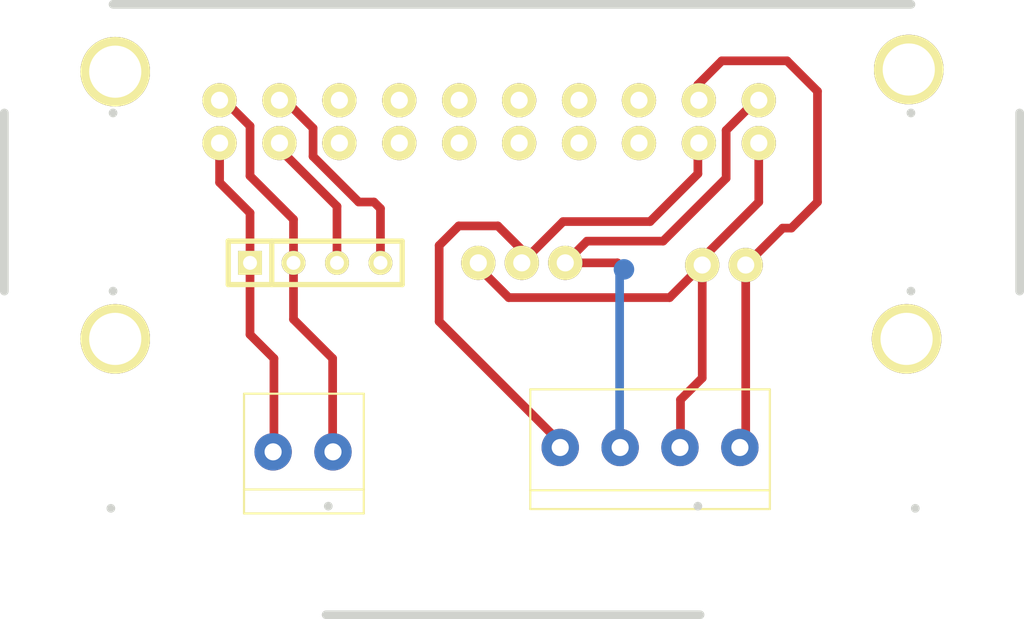
<source format=kicad_pcb>
(kicad_pcb (version 4) (host json2kicad_pcb "2020-06-12 06:33:50")

  (general
    (links 0)
    (no_connects 0)
    (area -28.575 -15.75 30.734 21.463)
    (thickness 1.6002)
    (drawings 0)
    (tracks 66)
    (zones 0)
    (modules 10)
    (nets 81)
  )

  (page A3)
  (title_block
    (date "30 dec 2015")
  )

  (layers
  (0 B.Cu signal)
  (1 Inner1.Cu signal)
  (2 Inner2.Cu signal)
  (15 F.Cu signal)
  (20 B.SilkS user)
  (21 F.SilkS user)
  (22 B.Paste user)
  (23 F.Paste user)
  (24 Dwgs.User user)
  (25 Cmts.User user)
  (26 Eco1.User user)
  (27 Eco2.User user)
  (28 Edge.Cuts user)
  (31 B.Cu signal)
  (32 B.Adhes user)
  (33 F.Adhes user)
  (34 B.Paste user)
  (35 F.Paste user)
  (36 B.SilkS user)
  (37 F.SilkS user)
  (38 B.Mask user)
  (39 F.Mask user)
  (40 Dwgs.User user)
  (41 Cmts.User user)
  (42 Eco1.User user)
  (43 Eco2.User user)
  (44 Edge.Cuts user)
  )

  (setup
(last_trace_width 0.254)
    (trace_clearance 0.254)
    (zone_clearance 0.508)
    (zone_45_only no)
    (trace_min 0.254)
    (segment_width 0.2)
    (edge_width 0.1)
    (via_size 1.19888)
    (via_drill 0.635)
    (via_min_size 0.889)
    (via_min_drill 0.508)
    (uvia_size 0.508)
    (uvia_drill 0.127)
    (uvias_allowed no)
    (uvia_min_size 0.508)
    (uvia_min_drill 0.127)
    (pcb_text_width 0.3)
    (pcb_text_size 1.5 1.5)
    (mod_edge_width 0.15)
    (mod_text_size 1 1)
    (mod_text_width 0.15)
    (pad_size 1.5 1.5)
    (pad_drill 0.6)
    (pad_to_mask_clearance 0)
    (aux_axis_origin 0 0)
    (visible_elements 7FFFFFFF)
    (pcbplotparams
      (layerselection 0x00030_80000001)
      (usegerberextensions true)
      (excludeedgelayer true)
      (linewidth 0.150000)
      (plotframeref false)
      (viasonmask false)
      (mode 1)
      (useauxorigin false)
      (hpglpennumber 1)
      (hpglpenspeed 20)
      (hpglpendiameter 15)
      (hpglpenoverlay 2)
      (psnegative false)
      (psa4output false)
      (plotreference true)
      (plotvalue true)
      (plotinvisibletext false)
      (padsonsilk false)
      (subtractmaskfromsilk false)
      (outputformat 1)
      (mirror false)
      (drillshape 1)
      (scaleselection 1)
      (outputdirectory ""))
  )

  (net 0 "")
  (net 1 "N-00001")
  (net 2 "N-00002")
  (net 3 "N-00003")
  (net 4 "N-00004")
  (net 5 "N-00005")
  (net 6 "N-00006")
  (net 7 "N-00007")
  (net 8 "N-00008")
  (net 9 "N-00009")
  (net 10 "N-00010")
  (net 11 "N-00011")
  (net 12 "N-00012")
  (net 13 "N-00013")
  (net 14 "N-00014")
  (net 15 "N-00015")
  (net 16 "N-00016")
  (net 17 "N-00017")
  (net 18 "N-00018")
  (net 19 "N-00019")
  (net 20 "N-00020")
  (net 21 "N-00021")
  (net 22 "N-00022")
  (net 23 "N-00023")
  (net 24 "N-00024")
  (net 25 "N-00025")
  (net 26 "N-00026")
  (net 27 "N-00027")
  (net 28 "N-00028")
  (net 29 "N-00029")
  (net 30 "N-00030")
  (net 31 "N-00031")
  (net 32 "N-00032")
  (net 33 "N-00033")
  (net 34 "N-00034")
  (net 35 "N-00035")
  (net 36 "N-00036")
  (net 37 "N-00037")
  (net 38 "N-00038")
  (net 39 "N-00039")
  (net 40 "N-00040")
  (net 41 "N-00041")
  (net 42 "N-00042")
  (net 43 "N-00043")
  (net 44 "N-00044")
  (net 45 "N-00045")
  (net 46 "N-00046")
  (net 47 "N-00047")
  (net 48 "N-00048")
  (net 49 "N-00049")
  (net 50 "N-00050")
  (net 51 "N-00051")
  (net 52 "N-00052")
  (net 53 "N-00053")
  (net 54 "N-00054")
  (net 55 "N-00055")
  (net 56 "N-00056")
  (net 57 "N-00057")
  (net 58 "N-00058")
  (net 59 "N-00059")
  (net 60 "N-00060")
  (net 61 "N-00061")
  (net 62 "N-00062")
  (net 63 "N-00063")
  (net 64 "N-00064")
  (net 65 "N-00065")
  (net 66 "N-00066")
  (net 67 "N-00067")
  (net 68 "N-00068")
  (net 69 "N-00069")
  (net 70 "N-00070")
  (net 75 "N-00075")
  (net 80 "N-00080")
  (net 76 "N-00076")
  (net 81 "N-00081")
  (net 82 "N-00082")
  (net 83 "N-00083")
  (net 84 "N-00084")
  (net 85 "N-00085")
  (net 88 "N-00088")
  (net 89 "N-00089")

  (net_class Default "This is the default net class."
    (via_dia 1.19888)
    (via_drill 0.635)
    (uvia_drill 0.127)
    (trace_width 0.254)
    (uvia_dia 0.508)
    (clearance 0.254)
    (add_net "")
    (add_net "N-00001")
    (add_net "N-00002")
    (add_net "N-00003")
    (add_net "N-00004")
    (add_net "N-00005")
    (add_net "N-00006")
    (add_net "N-00007")
    (add_net "N-00008")
    (add_net "N-00009")
    (add_net "N-00010")
    (add_net "N-00011")
    (add_net "N-00012")
    (add_net "N-00013")
    (add_net "N-00014")
    (add_net "N-00015")
    (add_net "N-00016")
    (add_net "N-00017")
    (add_net "N-00018")
    (add_net "N-00019")
    (add_net "N-00020")
    (add_net "N-00021")
    (add_net "N-00022")
    (add_net "N-00023")
    (add_net "N-00024")
    (add_net "N-00025")
    (add_net "N-00026")
    (add_net "N-00027")
    (add_net "N-00028")
    (add_net "N-00029")
    (add_net "N-00030")
    (add_net "N-00031")
    (add_net "N-00024")
    (add_net "N-00025")
    (add_net "N-00026")
    (add_net "N-00027")
    (add_net "N-00020")
    (add_net "N-00021")
    (add_net "N-00022")
    (add_net "N-00023")
    (add_net "N-00040")
    (add_net "N-00041")
    (add_net "N-00042")
    (add_net "N-00043")
    (add_net "N-00028")
    (add_net "N-00029")
    (add_net "N-00046")
    (add_net "N-00047")
    (add_net "N-00048")
    (add_net "")
    (add_net "N-00050")
    (add_net "N-00051")
    (add_net "N-00052")
    (add_net "N-00004")
    (add_net "N-00054")
    (add_net "N-00055")
    (add_net "N-00056")
    (add_net "N-00008")
    (add_net "N-00058")
    (add_net "N-00059")
    (add_net "N-00060")
    (add_net "N-00061")
    (add_net "N-00062")
    (add_net "N-00063")
    (add_net "N-00064")
    (add_net "N-00065")
    (add_net "N-00066")
    (add_net "N-00067")
    (add_net "N-00068")
    (add_net "N-00069")
    (add_net "N-00070")
    (add_net "N-00075")
    (add_net "N-00076")
    (add_net "N-00080")
    (add_net "N-00081")
    (add_net "N-00082")
    (add_net "N-00083")
    (add_net "N-00084")
    (add_net "N-00085")
    (add_net "N-00088")
    (add_net "N-00089")
    (add_net "N-00059")
    (add_net "N-00058")
    (add_net "N-00055")
    (add_net "N-00054")
    (add_net "N-00057")
    (add_net "N-00056")
    (add_net "N-00051")
    (add_net "N-00050")
    (add_net "N-00053")
    (add_net "N-00052")
    (add_net "N-00088")
    (add_net "N-00089")
    (add_net "N-00082")
    (add_net "N-00039")
    (add_net "N-00080")
    (add_net "N-00081")
    (add_net "N-00084")
    (add_net "N-00085")
    (add_net "N-00003")
    (add_net "N-00007")
    (add_net "N-00032")
    (add_net "N-00033")
    (add_net "N-00034")
    (add_net "N-00035")
    (add_net "N-00036")
    (add_net "N-00037")
    (add_net "N-00039")
    (add_net "N-00038")
    (add_net "N-00038")
    (add_net "N-00033")
    (add_net "N-00032")
    (add_net "N-00031")
    (add_net "N-00030")
    (add_net "N-00037")
    (add_net "N-00036")
    (add_net "N-00035")
    (add_net "N-00034")
    (add_net "N-00044")
    (add_net "N-00045")
    (add_net "N-00060")
    (add_net "N-00061")
    (add_net "N-00062")
    (add_net "N-00063")
    (add_net "N-00064")
    (add_net "N-00065")
    (add_net "N-00066")
    (add_net "N-00067")
    (add_net "N-00068")
    (add_net "N-00069")
    (add_net "N-00049")
    (add_net "N-00002")
    (add_net "N-00006")
    (add_net "N-00053")
    (add_net "N-00057")
    (add_net "N-00011")
    (add_net "N-00010")
    (add_net "N-00013")
    (add_net "N-00012")
    (add_net "N-00015")
    (add_net "N-00014")
    (add_net "N-00017")
    (add_net "N-00016")
    (add_net "N-00019")
    (add_net "N-00018")
    (add_net "N-00083")
    (add_net "N-00048")
    (add_net "N-00049")
    (add_net "N-00046")
    (add_net "N-00047")
    (add_net "N-00044")
    (add_net "N-00045")
    (add_net "N-00042")
    (add_net "N-00043")
    (add_net "N-00040")
    (add_net "N-00041")
    (add_net "N-00001")
    (add_net "N-00005")
    (add_net "N-00009")
    (add_net "N-00076")
    (add_net "N-00075")
    (add_net "N-00070")
  )
  (gr_line (start -22.225 2.54) (end -22.225 2.54) (angle -90.00) (width 0.508) (layer Edge.Cuts))
  (module "meow"
    (layer "F.Cu")
    (tedit 0)
    (tstamp 0)
    (at 1.651 0.889 90.00)
    (fp_text reference ""
      (at 0.0 0.0 0.00)
      (layer F.SilkS)
      (effects (font (size 0.0 0.0)
        (thickness 0.0)))
    )
    (fp_text reference ""
      (at 0.0 0.0 0.00)
      (layer F.SilkS)
      (effects (font (size 0.0 0.0)
        (thickness 0.0)))
    )
    (pad 1 thru_hole circle (at 0.0 -2.54 90.00) (size 2.0 2.0) (drill 1.0) (layers "B.Cu" "Inner1.Cu" "Inner2.Cu" "F.Cu" "F.SilkS" "B.Paste" "F.Paste") (net 69 N-00069))
    (pad 2 thru_hole circle (at 0.0 0.0 90.00) (size 2.0 2.0) (drill 1.0) (layers "B.Cu" "Inner1.Cu" "Inner2.Cu" "F.Cu" "F.SilkS" "B.Paste" "F.Paste") (net 67 N-00067))
    (pad 3 thru_hole circle (at 0.0 2.54 90.00) (size 2.0 2.0) (drill 1.0) (layers "B.Cu" "Inner1.Cu" "Inner2.Cu" "F.Cu" "F.SilkS" "B.Paste" "F.Paste") (net 70 N-00070))
  )

  (segment (start 10.287 2.921) (end 12.192 1.016) (width 0.508) (layer B.Cu) (net 69))
  (module "meow"
    (layer "F.Cu")
    (tedit 0)
    (tstamp 0)
    (at 13.462 1.016 90.00)
    (fp_text reference ""
      (at 0.0 0.0 0.00)
      (layer F.SilkS)
      (effects (font (size 0.0 0.0)
        (thickness 0.0)))
    )
    (fp_text reference ""
      (at 0.0 0.0 0.00)
      (layer F.SilkS)
      (effects (font (size 0.0 0.0)
        (thickness 0.0)))
    )
    (pad 1 thru_hole circle (at 0.0 -1.27 90.00) (size 2.0 2.0) (drill 1.0) (layers "B.Cu" "Inner1.Cu" "Inner2.Cu" "F.Cu" "F.SilkS" "B.Paste" "F.Paste") (net 69 N-00069))
    (pad 2 thru_hole circle (at 0.0 1.27 90.00) (size 2.0 2.0) (drill 1.0) (layers "B.Cu" "Inner1.Cu" "Inner2.Cu" "F.Cu" "F.SilkS" "B.Paste" "F.Paste") (net 68 N-00068))
  )

  (segment (start 11.938 -8.636) (end 11.938 -9.525) (width 0.508) (layer B.Cu) (net 68))
  (segment (start 11.938 -9.525) (end 13.335 -10.922) (width 0.508) (layer B.Cu) (net 68))
  (segment (start 13.335 -10.922) (end 17.145 -10.922) (width 0.508) (layer B.Cu) (net 68))
  (segment (start 17.145 -10.922) (end 18.923 -9.144) (width 0.508) (layer B.Cu) (net 68))
  (segment (start 18.923 -9.144) (end 18.923 -2.667) (width 0.508) (layer B.Cu) (net 68))
  (segment (start 18.923 -2.667) (end 17.399 -1.143) (width 0.508) (layer B.Cu) (net 68))
  (segment (start 17.399 -1.143) (end 16.891 -1.143) (width 0.508) (layer B.Cu) (net 68))
  (segment (start 16.891 -1.143) (end 14.732 1.016) (width 0.508) (layer B.Cu) (net 68))
  (segment (start 15.494 -6.096) (end 15.494 -2.667) (width 0.508) (layer B.Cu) (net 69))
  (segment (start 15.494 -2.667) (end 12.192 0.635) (width 0.508) (layer B.Cu) (net 69))
  (segment (start 12.192 0.635) (end 12.192 1.016) (width 0.508) (layer B.Cu) (net 69))
  (segment (start 15.494 -8.636) (end 15.367 -8.636) (width 0.508) (layer B.Cu) (net 70))
  (segment (start 15.367 -8.636) (end 13.589 -6.858) (width 0.508) (layer B.Cu) (net 70))
  (segment (start 13.589 -6.858) (end 13.589 -4.064) (width 0.508) (layer B.Cu) (net 70))
  (segment (start 13.589 -4.064) (end 9.906 -0.381) (width 0.508) (layer B.Cu) (net 70))
  (segment (start 9.906 -0.381) (end 5.461 -0.381) (width 0.508) (layer B.Cu) (net 70))
  (segment (start 5.461 -0.381) (end 4.191 0.889) (width 0.508) (layer B.Cu) (net 70))
  (segment (start 11.938 -6.096) (end 11.938 -4.318) (width 0.508) (layer B.Cu) (net 67))
  (segment (start 11.938 -4.318) (end 9.144 -1.524) (width 0.508) (layer B.Cu) (net 67))
  (segment (start 9.144 -1.524) (end 4.064 -1.524) (width 0.508) (layer B.Cu) (net 67))
  (segment (start 4.064 -1.524) (end 1.651 0.889) (width 0.508) (layer B.Cu) (net 67))
  (segment (start -0.889 0.889) (end -0.889 1.143) (width 0.508) (layer B.Cu) (net 69))
  (segment (start -0.889 1.143) (end 0.889 2.921) (width 0.508) (layer B.Cu) (net 69))
  (segment (start 0.889 2.921) (end 10.287 2.921) (width 0.508) (layer B.Cu) (net 69))
  (module "SIL-4"
    (layer "F.Cu")
    (tedit 0)
    (tstamp 0)
    (at -10.414 0.889 0.00)
    (fp_text reference "SIL-4"
      (at -2.54 0.0 0.00)
      (layer F.SilkS)
      (effects (font (size 1.08712 0.0)
        (thickness 0.0)))
    )
    (fp_text value "Val**"
      (at -2.54 0.0 0.00)
      (layer F.SilkS)
      (effects (font (size 1.016 0.0)
        (thickness 0.0)))
    )
    (fp_line (start -5.08 -1.27) (end -5.08 -1.27) (layer F.SilkS) (width 0.3048))
    (fp_line (start -5.08 1.27) (end -5.08 -1.27) (layer F.SilkS) (width 0.3048))
    (fp_line (start -5.08 -1.27) (end -5.08 -1.27) (layer F.SilkS) (width 0.3048))
    (fp_line (start -5.08 -1.27) (end 5.08 -1.27) (layer F.SilkS) (width 0.3048))
    (fp_line (start 5.08 -1.27) (end 5.08 1.27) (layer F.SilkS) (width 0.3048))
    (fp_line (start 5.08 1.27) (end -5.08 1.27) (layer F.SilkS) (width 0.3048))
    (fp_line (start -2.54 1.27) (end -2.54 -1.27) (layer F.SilkS) (width 0.3048))
    (pad 1 thru_hole rect (at -3.81 0.0 0.00) (size 1.397 1.397) (drill 0.8128) (layers "B.Cu" "Inner1.Cu" "Inner2.Cu" "F.Cu" "F.SilkS" "B.Paste" "F.Paste") (net 51 N-00051))
    (pad 2 thru_hole circle (at -1.27 0.0 0.00) (size 1.397 1.397) (drill 0.8128) (layers "B.Cu" "Inner1.Cu" "Inner2.Cu" "F.Cu" "F.SilkS" "B.Paste" "F.Paste") (net 52 N-00052))
    (pad 3 thru_hole circle (at 1.27 0.0 0.00) (size 1.397 1.397) (drill 0.8128) (layers "B.Cu" "Inner1.Cu" "Inner2.Cu" "F.Cu" "F.SilkS" "B.Paste" "F.Paste") (net 53 N-00053))
    (pad 4 thru_hole circle (at 3.81 0.0 0.00) (size 1.397 1.397) (drill 0.8128) (layers "B.Cu" "Inner1.Cu" "Inner2.Cu" "F.Cu" "F.SilkS" "B.Paste" "F.Paste") (net 54 N-00054))
  )

  (segment (start -12.446 -8.636) (end -12.192 -8.636) (width 0.508) (layer B.Cu) (net 54))
  (segment (start -12.192 -8.636) (end -10.541 -6.985) (width 0.508) (layer B.Cu) (net 54))
  (segment (start -10.541 -6.985) (end -10.541 -5.334) (width 0.508) (layer B.Cu) (net 54))
  (segment (start -10.541 -5.334) (end -7.874 -2.667) (width 0.508) (layer B.Cu) (net 54))
  (segment (start -7.874 -2.667) (end -6.985 -2.667) (width 0.508) (layer B.Cu) (net 54))
  (segment (start -6.985 -2.667) (end -6.604 -2.286) (width 0.508) (layer B.Cu) (net 54))
  (segment (start -6.604 -2.286) (end -6.604 0.889) (width 0.508) (layer B.Cu) (net 54))
  (segment (start -12.446 -6.096) (end -12.446 -5.715) (width 0.508) (layer B.Cu) (net 53))
  (segment (start -12.446 -5.715) (end -9.144 -2.413) (width 0.508) (layer B.Cu) (net 53))
  (segment (start -9.144 -2.413) (end -9.144 0.889) (width 0.508) (layer B.Cu) (net 53))
  (segment (start -16.002 -8.636) (end -15.748 -8.636) (width 0.508) (layer B.Cu) (net 52))
  (segment (start -15.748 -8.636) (end -14.224 -7.112) (width 0.508) (layer B.Cu) (net 52))
  (segment (start -14.224 -7.112) (end -14.224 -4.191) (width 0.508) (layer B.Cu) (net 52))
  (segment (start -14.224 -4.191) (end -11.684 -1.651) (width 0.508) (layer B.Cu) (net 52))
  (segment (start -11.684 -1.651) (end -11.684 0.889) (width 0.508) (layer B.Cu) (net 52))
  (segment (start -16.002 -6.096) (end -16.002 -3.81) (width 0.508) (layer B.Cu) (net 51))
  (segment (start -16.002 -3.81) (end -14.224 -2.032) (width 0.508) (layer B.Cu) (net 51))
  (segment (start -14.224 -2.032) (end -14.224 0.889) (width 0.508) (layer B.Cu) (net 51))
  (module "1pin"
    (layer "F.Cu")
    (tedit 0)
    (tstamp 0)
    (at -22.098 -10.287 0.00)
    (fp_text reference "1PIN"
      (at -3.048 0.0 0.00)
      (layer F.SilkS)
      (effects (font (size 1.016 0.0)
        (thickness 0.0)))
    )
    (fp_text value "P***"
      (at 2.794 0.0 0.00)
      (layer F.SilkS)
      (effects (font (size 1.016 0.0)
        (thickness 0.0)))
    )
    (pad 1 thru_hole circle (at 0.0 0.0 0.00) (size 4.064 4.064) (drill 3.048) (layers "B.Cu" "Inner1.Cu" "Inner2.Cu" "F.Cu" "F.SilkS" "B.Paste" "F.Paste") (net 82 N-00082))
  )

  (module "1pin"
    (layer "F.Cu")
    (tedit 0)
    (tstamp 0)
    (at 24.257 -10.414 0.00)
    (fp_text reference "1PIN"
      (at -3.048 0.0 0.00)
      (layer F.SilkS)
      (effects (font (size 1.016 0.0)
        (thickness 0.0)))
    )
    (fp_text value "P***"
      (at 2.794 0.0 0.00)
      (layer F.SilkS)
      (effects (font (size 1.016 0.0)
        (thickness 0.0)))
    )
    (pad 1 thru_hole circle (at 0.0 0.0 0.00) (size 4.064 4.064) (drill 3.048) (layers "B.Cu" "Inner1.Cu" "Inner2.Cu" "F.Cu" "F.SilkS" "B.Paste" "F.Paste") (net 83 N-00083))
  )

  (module "1pin"
    (layer "F.Cu")
    (tedit 0)
    (tstamp 0)
    (at -22.098 5.334 0.00)
    (fp_text reference "1PIN"
      (at -3.048 0.0 0.00)
      (layer F.SilkS)
      (effects (font (size 1.016 0.0)
        (thickness 0.0)))
    )
    (fp_text value "P***"
      (at 2.794 0.0 0.00)
      (layer F.SilkS)
      (effects (font (size 1.016 0.0)
        (thickness 0.0)))
    )
    (pad 1 thru_hole circle (at 0.0 0.0 0.00) (size 4.064 4.064) (drill 3.048) (layers "B.Cu" "Inner1.Cu" "Inner2.Cu" "F.Cu" "F.SilkS" "B.Paste" "F.Paste") (net 84 N-00084))
  )

  (module "1pin"
    (layer "F.Cu")
    (tedit 0)
    (tstamp 0)
    (at 24.13 5.334 0.00)
    (fp_text reference "1PIN"
      (at -3.048 0.0 0.00)
      (layer F.SilkS)
      (effects (font (size 1.016 0.0)
        (thickness 0.0)))
    )
    (fp_text value "P***"
      (at 2.794 0.0 0.00)
      (layer F.SilkS)
      (effects (font (size 1.016 0.0)
        (thickness 0.0)))
    )
    (pad 1 thru_hole circle (at 0.0 0.0 0.00) (size 4.064 4.064) (drill 3.048) (layers "B.Cu" "Inner1.Cu" "Inner2.Cu" "F.Cu" "F.SilkS" "B.Paste" "F.Paste") (net 85 N-00085))
  )

  (gr_line (start -22.225 -14.224) (end 24.384 -14.224) (angle 51566.20) (width 0.508) (layer Edge.Cuts))
  (module "1X2-3.5MM"
    (layer "F.Cu")
    (tedit 0)
    (tstamp 0)
    (at -11.176 11.938 0.00)
    (fp_text reference ">NAME"
      (at -4.36372 0.0 0.00)
      (layer Eco1.User)
      (effects (font (size 1.27 0.0)
        (thickness 0.0)))
    )
    (fp_text value "val**"
      (at 0.0 0.0 0.00)
      (layer Eco1.User)
      (effects (font (size 0.0 0.0)
        (thickness 0.0)))
    )
    (fp_line (start -3.39852 -3.39852) (end -3.39852 2.19964) (layer F.SilkS) (width 0.127))
    (fp_line (start -3.39852 2.19964) (end -3.39852 3.59918) (layer F.SilkS) (width 0.127))
    (fp_line (start -3.39852 3.59918) (end 3.59918 3.59918) (layer F.SilkS) (width 0.127))
    (fp_line (start 3.59918 3.59918) (end 3.59918 2.19964) (layer F.SilkS) (width 0.127))
    (fp_line (start 3.59918 2.19964) (end 3.59918 -3.39852) (layer F.SilkS) (width 0.127))
    (fp_line (start 3.59918 -3.39852) (end -3.39852 -3.39852) (layer F.SilkS) (width 0.127))
    (fp_line (start -3.39852 2.19964) (end 3.59918 2.19964) (layer F.SilkS) (width 0.127))
    (pad 1 thru_hole oval (at 1.79832 0.0 0.00) (size 2.1844 2.1844) (drill 0.99822) (layers "B.Cu" "Inner1.Cu" "Inner2.Cu" "F.Cu" "B.Paste" "F.Paste") (net 52 N-00052))
    (pad 2 thru_hole oval (at -1.69926 0.0 0.00) (size 2.1844 2.1844) (drill 0.99822) (layers "B.Cu" "Inner1.Cu" "Inner2.Cu" "F.Cu" "B.Paste" "F.Paste") (net 51 N-00051))
  )

  (gr_line (start -28.575 -7.874) (end -28.575 2.54) (angle 51566.20) (width 0.508) (layer Edge.Cuts))
  (gr_line (start 30.734 -7.874) (end 30.734 2.54) (angle 51566.20) (width 0.508) (layer Edge.Cuts))
  (gr_line (start -22.225 -7.874) (end -22.225 -7.874) (angle -90.00) (width 0.508) (layer Edge.Cuts))
  (gr_line (start 24.384 -7.874) (end 24.384 -7.874) (angle -90.00) (width 0.508) (layer Edge.Cuts))
  (gr_line (start 24.384 2.54) (end 24.384 2.54) (angle -90.00) (width 0.508) (layer Edge.Cuts))
  (module "meow"
    (layer "F.Cu")
    (tedit 0)
    (tstamp 0)
    (at -0.254 -7.366 90.00)
    (fp_text reference ""
      (at 0.0 0.0 0.00)
      (layer F.SilkS)
      (effects (font (size 0.0 0.0)
        (thickness 0.0)))
    )
    (fp_text reference ""
      (at 0.0 0.0 0.00)
      (layer F.SilkS)
      (effects (font (size 0.0 0.0)
        (thickness 0.0)))
    )
    (pad 1 thru_hole circle (at -1.25 -15.75 90.00) (size 2.0 2.0) (drill 1.0) (layers "B.Cu" "Inner1.Cu" "Inner2.Cu" "F.Cu" "F.SilkS" "B.Paste" "F.Paste") (net 51 N-00051))
    (pad 2 thru_hole circle (at 1.25 -15.75 90.00) (size 2.0 2.0) (drill 1.0) (layers "B.Cu" "Inner1.Cu" "Inner2.Cu" "F.Cu" "F.SilkS" "B.Paste" "F.Paste") (net 52 N-00052))
    (pad 3 thru_hole circle (at -1.25 -12.25 90.00) (size 2.0 2.0) (drill 1.0) (layers "B.Cu" "Inner1.Cu" "Inner2.Cu" "F.Cu" "F.SilkS" "B.Paste" "F.Paste") (net 53 N-00053))
    (pad 4 thru_hole circle (at 1.25 -12.25 90.00) (size 2.0 2.0) (drill 1.0) (layers "B.Cu" "Inner1.Cu" "Inner2.Cu" "F.Cu" "F.SilkS" "B.Paste" "F.Paste") (net 54 N-00054))
    (pad 5 thru_hole circle (at -1.25 -8.75 90.00) (size 2.0 2.0) (drill 1.0) (layers "B.Cu" "Inner1.Cu" "Inner2.Cu" "F.Cu" "F.SilkS" "B.Paste" "F.Paste") (net 55 N-00055))
    (pad 6 thru_hole circle (at 1.25 -8.75 90.00) (size 2.0 2.0) (drill 1.0) (layers "B.Cu" "Inner1.Cu" "Inner2.Cu" "F.Cu" "F.SilkS" "B.Paste" "F.Paste") (net 56 N-00056))
    (pad 7 thru_hole circle (at -1.25 -5.25 90.00) (size 2.0 2.0) (drill 1.0) (layers "B.Cu" "Inner1.Cu" "Inner2.Cu" "F.Cu" "F.SilkS" "B.Paste" "F.Paste") (net 57 N-00057))
    (pad 8 thru_hole circle (at 1.25 -5.25 90.00) (size 2.0 2.0) (drill 1.0) (layers "B.Cu" "Inner1.Cu" "Inner2.Cu" "F.Cu" "F.SilkS" "B.Paste" "F.Paste") (net 58 N-00058))
    (pad 9 thru_hole circle (at -1.25 -1.75 90.00) (size 2.0 2.0) (drill 1.0) (layers "B.Cu" "Inner1.Cu" "Inner2.Cu" "F.Cu" "F.SilkS" "B.Paste" "F.Paste") (net 59 N-00059))
    (pad 10 thru_hole circle (at 1.25 -1.75 90.00) (size 2.0 2.0) (drill 1.0) (layers "B.Cu" "Inner1.Cu" "Inner2.Cu" "F.Cu" "F.SilkS" "B.Paste" "F.Paste") (net 60 N-00060))
    (pad 11 thru_hole circle (at -1.25 1.75 90.00) (size 2.0 2.0) (drill 1.0) (layers "B.Cu" "Inner1.Cu" "Inner2.Cu" "F.Cu" "F.SilkS" "B.Paste" "F.Paste") (net 61 N-00061))
    (pad 12 thru_hole circle (at 1.25 1.75 90.00) (size 2.0 2.0) (drill 1.0) (layers "B.Cu" "Inner1.Cu" "Inner2.Cu" "F.Cu" "F.SilkS" "B.Paste" "F.Paste") (net 62 N-00062))
    (pad 13 thru_hole circle (at -1.25 5.25 90.00) (size 2.0 2.0) (drill 1.0) (layers "B.Cu" "Inner1.Cu" "Inner2.Cu" "F.Cu" "F.SilkS" "B.Paste" "F.Paste") (net 63 N-00063))
    (pad 14 thru_hole circle (at 1.25 5.25 90.00) (size 2.0 2.0) (drill 1.0) (layers "B.Cu" "Inner1.Cu" "Inner2.Cu" "F.Cu" "F.SilkS" "B.Paste" "F.Paste") (net 64 N-00064))
    (pad 15 thru_hole circle (at -1.25 8.75 90.00) (size 2.0 2.0) (drill 1.0) (layers "B.Cu" "Inner1.Cu" "Inner2.Cu" "F.Cu" "F.SilkS" "B.Paste" "F.Paste") (net 65 N-00065))
    (pad 16 thru_hole circle (at 1.25 8.75 90.00) (size 2.0 2.0) (drill 1.0) (layers "B.Cu" "Inner1.Cu" "Inner2.Cu" "F.Cu" "F.SilkS" "B.Paste" "F.Paste") (net 66 N-00066))
    (pad 17 thru_hole circle (at -1.25 12.25 90.00) (size 2.0 2.0) (drill 1.0) (layers "B.Cu" "Inner1.Cu" "Inner2.Cu" "F.Cu" "F.SilkS" "B.Paste" "F.Paste") (net 67 N-00067))
    (pad 18 thru_hole circle (at 1.25 12.25 90.00) (size 2.0 2.0) (drill 1.0) (layers "B.Cu" "Inner1.Cu" "Inner2.Cu" "F.Cu" "F.SilkS" "B.Paste" "F.Paste") (net 68 N-00068))
    (pad 19 thru_hole circle (at -1.25 15.75 90.00) (size 2.0 2.0) (drill 1.0) (layers "B.Cu" "Inner1.Cu" "Inner2.Cu" "F.Cu" "F.SilkS" "B.Paste" "F.Paste") (net 69 N-00069))
    (pad 20 thru_hole circle (at 1.25 15.75 90.00) (size 2.0 2.0) (drill 1.0) (layers "B.Cu" "Inner1.Cu" "Inner2.Cu" "F.Cu" "F.SilkS" "B.Paste" "F.Paste") (net 70 N-00070))
  )

  (gr_line (start 24.638 15.24) (end 24.638 15.24) (angle -90.00) (width 0.508) (layer Edge.Cuts))
  (gr_line (start -22.352 15.24) (end -22.352 15.24) (angle -90.00) (width 0.508) (layer Edge.Cuts))
  (module "1X04-3.5MM"
    (layer "F.Cu")
    (tedit 0)
    (tstamp 0)
    (at 9.144 11.684 0.00)
    (fp_text reference ">NAME"
      (at 6.44398 0.0 0.00)
      (layer Eco1.User)
      (effects (font (size 1.27 0.0)
        (thickness 0.0)))
    )
    (fp_text value "val**"
      (at 0.0 0.0 0.00)
      (layer Eco1.User)
      (effects (font (size 0.0 0.0)
        (thickness 0.0)))
    )
    (fp_line (start -6.9977 -3.39852) (end -6.9977 2.49936) (layer F.SilkS) (width 0.127))
    (fp_line (start -6.9977 2.49936) (end -6.9977 3.59918) (layer F.SilkS) (width 0.127))
    (fp_line (start -6.9977 3.59918) (end 6.9977 3.59918) (layer F.SilkS) (width 0.127))
    (fp_line (start 6.9977 3.59918) (end 6.9977 2.49936) (layer F.SilkS) (width 0.127))
    (fp_line (start 6.9977 2.49936) (end 6.9977 -3.39852) (layer F.SilkS) (width 0.127))
    (fp_line (start 6.9977 -3.39852) (end -6.9977 -3.39852) (layer F.SilkS) (width 0.127))
    (fp_line (start -6.9977 2.49936) (end 6.9977 2.49936) (layer F.SilkS) (width 0.127))
    (pad 4 thru_hole oval (at 5.24764 0.0 0.00) (size 2.1844 2.1844) (drill 0.99822) (layers "B.Cu" "Inner1.Cu" "Inner2.Cu" "F.Cu" "B.Paste" "F.Paste") (net 68 N-00068))
    (pad 3 thru_hole oval (at 1.74752 0.0 0.00) (size 2.1844 2.1844) (drill 0.99822) (layers "B.Cu" "Inner1.Cu" "Inner2.Cu" "F.Cu" "B.Paste" "F.Paste") (net 69 N-00069))
    (pad 2 thru_hole oval (at -1.74752 0.0 0.00) (size 2.1844 2.1844) (drill 0.99822) (layers "B.Cu" "Inner1.Cu" "Inner2.Cu" "F.Cu" "B.Paste" "F.Paste") (net 70 N-00070))
    (pad 1 thru_hole oval (at -5.24764 0.0 0.00) (size 2.1844 2.1844) (drill 0.99822) (layers "B.Cu" "Inner1.Cu" "Inner2.Cu" "F.Cu" "B.Paste" "F.Paste") (net 67 N-00067))
  )

  (gr_line (start -9.652 15.113) (end -9.652 15.113) (angle -90.00) (width 0.508) (layer Edge.Cuts))
  (gr_line (start 11.938 15.113) (end 11.938 15.113) (angle -90.00) (width 0.508) (layer Edge.Cuts))
  (gr_line (start -9.779 21.463) (end 12.065 21.463) (angle 51566.20) (width 0.508) (layer Edge.Cuts))
  (segment (start -14.224 0.889) (end -14.224 5.08) (width 0.508) (layer B.Cu) (net 51))
  (segment (start -14.224 5.08) (end -12.827 6.477) (width 0.508) (layer B.Cu) (net 51))
  (segment (start -12.827 6.477) (end -12.827 11.938) (width 0.508) (layer B.Cu) (net 51))
  (segment (start -11.684 0.889) (end -11.684 4.191) (width 0.508) (layer B.Cu) (net 52))
  (segment (start -11.684 4.191) (end -9.398 6.477) (width 0.508) (layer B.Cu) (net 52))
  (segment (start -9.398 6.477) (end -9.398 11.938) (width 0.508) (layer B.Cu) (net 52))
  (segment (start 14.732 1.016) (end 14.732 11.303) (width 0.508) (layer B.Cu) (net 68))
  (segment (start 14.732 11.303) (end 14.351 11.684) (width 0.508) (layer B.Cu) (net 68))
  (segment (start 12.192 1.016) (end 12.192 7.62) (width 0.508) (layer B.Cu) (net 69))
  (segment (start 12.192 7.62) (end 10.922 8.89) (width 0.508) (layer B.Cu) (net 69))
  (segment (start 10.922 8.89) (end 10.922 11.684) (width 0.508) (layer B.Cu) (net 69))
  (segment (start 1.651 0.889) (end 1.651 0.127) (width 0.508) (layer B.Cu) (net 67))
  (segment (start 1.651 0.127) (end 0.254 -1.27) (width 0.508) (layer B.Cu) (net 67))
  (segment (start 0.254 -1.27) (end -2.032 -1.27) (width 0.508) (layer B.Cu) (net 67))
  (segment (start -2.032 -1.27) (end -3.175 -0.127) (width 0.508) (layer B.Cu) (net 67))
  (segment (start -3.175 -0.127) (end -3.175 4.318) (width 0.508) (layer B.Cu) (net 67))
  (segment (start -3.175 4.318) (end 3.937 11.43) (width 0.508) (layer B.Cu) (net 67))
  (segment (start 3.937 11.43) (end 3.937 11.684) (width 0.508) (layer B.Cu) (net 67))
  (segment (start 4.191 0.889) (end 7.239 0.889) (width 0.508) (layer B.Cu) (net 70))
  (segment (start 7.239 0.889) (end 7.62 1.27) (width 0.508) (layer B.Cu) (net 70))
  (segment (start 7.62 1.27) (end 7.62 1.27) (width 1.19888) (layer F.Cu) (net 70))
  (segment (start 7.62 1.27) (end 7.366 1.524) (width 0.508) (layer F.Cu) (net 70))
  (segment (start 7.366 1.524) (end 7.366 11.684) (width 0.508) (layer F.Cu) (net 70))
)

</source>
